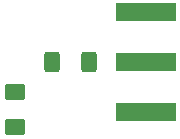
<source format=gtp>
%TF.GenerationSoftware,KiCad,Pcbnew,6.0.2-378541a8eb~116~ubuntu20.04.1*%
%TF.CreationDate,2022-02-26T16:05:59-06:00*%
%TF.ProjectId,sma_to_led,736d615f-746f-45f6-9c65-642e6b696361,1.0*%
%TF.SameCoordinates,Original*%
%TF.FileFunction,Paste,Top*%
%TF.FilePolarity,Positive*%
%FSLAX46Y46*%
G04 Gerber Fmt 4.6, Leading zero omitted, Abs format (unit mm)*
G04 Created by KiCad (PCBNEW 6.0.2-378541a8eb~116~ubuntu20.04.1) date 2022-02-26 16:05:59*
%MOMM*%
%LPD*%
G01*
G04 APERTURE LIST*
G04 Aperture macros list*
%AMRoundRect*
0 Rectangle with rounded corners*
0 $1 Rounding radius*
0 $2 $3 $4 $5 $6 $7 $8 $9 X,Y pos of 4 corners*
0 Add a 4 corners polygon primitive as box body*
4,1,4,$2,$3,$4,$5,$6,$7,$8,$9,$2,$3,0*
0 Add four circle primitives for the rounded corners*
1,1,$1+$1,$2,$3*
1,1,$1+$1,$4,$5*
1,1,$1+$1,$6,$7*
1,1,$1+$1,$8,$9*
0 Add four rect primitives between the rounded corners*
20,1,$1+$1,$2,$3,$4,$5,0*
20,1,$1+$1,$4,$5,$6,$7,0*
20,1,$1+$1,$6,$7,$8,$9,0*
20,1,$1+$1,$8,$9,$2,$3,0*%
G04 Aperture macros list end*
%ADD10R,5.080000X1.500000*%
%ADD11RoundRect,0.250001X0.624999X-0.462499X0.624999X0.462499X-0.624999X0.462499X-0.624999X-0.462499X0*%
%ADD12RoundRect,0.250000X0.400000X0.625000X-0.400000X0.625000X-0.400000X-0.625000X0.400000X-0.625000X0*%
G04 APERTURE END LIST*
D10*
%TO.C,J1*%
X124177500Y-88900000D03*
X124177500Y-93150000D03*
X124177500Y-84650000D03*
%TD*%
D11*
%TO.C,D1*%
X113030000Y-94415000D03*
X113030000Y-91440000D03*
%TD*%
D12*
%TO.C,R1*%
X119310000Y-88900000D03*
X116210000Y-88900000D03*
%TD*%
M02*

</source>
